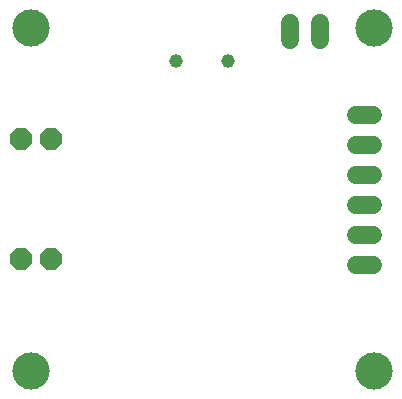
<source format=gbr>
G04 EAGLE Gerber RS-274X export*
G75*
%MOMM*%
%FSLAX34Y34*%
%LPD*%
%INSoldermask Bottom*%
%IPPOS*%
%AMOC8*
5,1,8,0,0,1.08239X$1,22.5*%
G01*
%ADD10C,1.152400*%
%ADD11P,1.979475X8X112.500000*%
%ADD12C,1.558800*%
%ADD13C,3.152400*%


D10*
X197000Y292540D03*
X153000Y292540D03*
D11*
X46990Y124460D03*
X46990Y226060D03*
D12*
X305388Y246380D02*
X319452Y246380D01*
X319452Y220980D02*
X305388Y220980D01*
X305388Y144780D02*
X319452Y144780D01*
X319452Y119380D02*
X305388Y119380D01*
D13*
X320000Y30000D03*
X320000Y320000D03*
X30000Y320000D03*
X30000Y30000D03*
D12*
X274320Y310468D02*
X274320Y324532D01*
X248920Y324532D02*
X248920Y310468D01*
X305388Y195580D02*
X319452Y195580D01*
X319452Y170180D02*
X305388Y170180D01*
D11*
X21590Y124460D03*
X21590Y226060D03*
M02*

</source>
